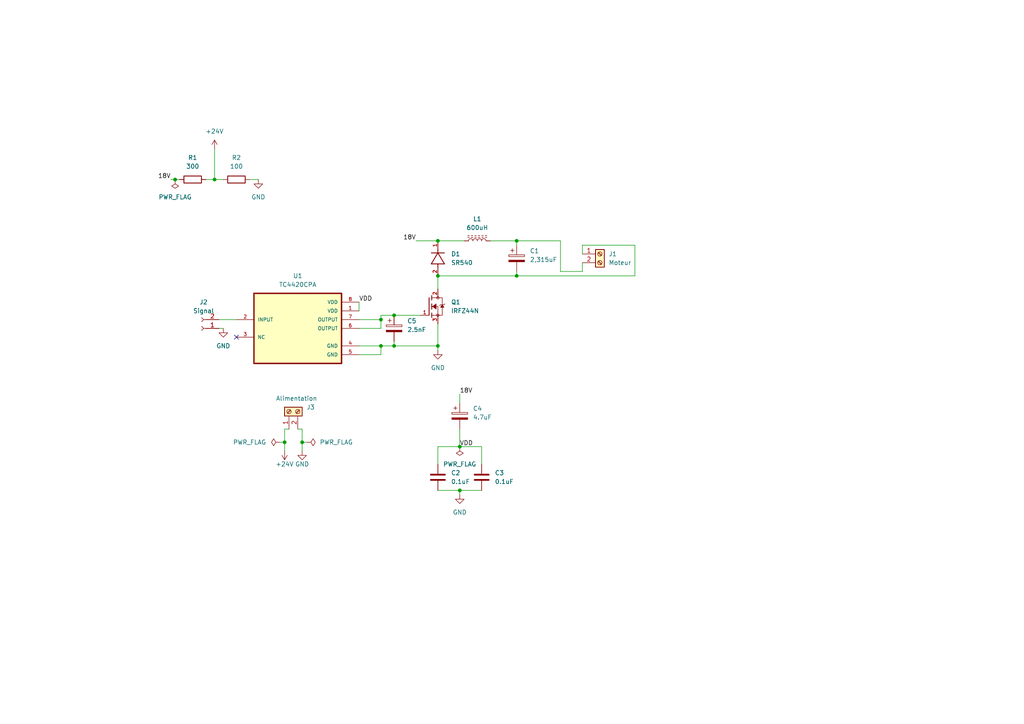
<source format=kicad_sch>
(kicad_sch (version 20230121) (generator eeschema)
  (paper "A4")
  (lib_symbols
    (symbol "Connector:Conn_01x02_Socket" (pin_names (offset 1.016) hide)
      (property "Reference" "J" (at 0 2.54 0))
      (property "Value" "Conn_01x02_Socket" (at 0 -5.08 0))
      (symbol "Conn_01x02_Socket_1_1"
        (arc (start 0 -2.032) (mid -0.5058 -2.54) (end 0 -3.048) (stroke (width 0.1524)))
        (polyline (pts (xy -1.27 -2.54) (xy -0.508 -2.54)) (stroke (width 0.1524)))
        (polyline (pts (xy -1.27 0) (xy -0.508 0)) (stroke (width 0.1524)))
        (arc (start 0 0.508) (mid -0.5058 0) (end 0 -0.508) (stroke (width 0.1524)))
        (pin passive line (at -5.08 0 0) (length 3.81) (name "Pin_1") (number "1"))
        (pin passive line (at -5.08 -2.54 0) (length 3.81) (name "Pin_2") (number "2"))
      )
    )
    (symbol "Connector:Screw_Terminal_01x02" (pin_names (offset 1.016) hide)
      (property "Reference" "J" (at 0 2.54 0))
      (property "Value" "Screw_Terminal_01x02" (at 0 -5.08 0))
      (symbol "Screw_Terminal_01x02_1_1"
        (rectangle (start -1.27 1.27) (end 1.27 -3.81) (stroke (width 0.254)) (fill (type background)))
        (circle (center 0 -2.54) (radius 0.635) (stroke (width 0.1524)))
        (polyline (pts (xy -0.5334 -2.2098) (xy 0.3302 -3.048)) (stroke (width 0.1524)))
        (polyline (pts (xy -0.5334 0.3302) (xy 0.3302 -0.508)) (stroke (width 0.1524)))
        (polyline (pts (xy -0.3556 -2.032) (xy 0.508 -2.8702)) (stroke (width 0.1524)))
        (polyline (pts (xy -0.3556 0.508) (xy 0.508 -0.3302)) (stroke (width 0.1524)))
        (circle (center 0 0) (radius 0.635) (stroke (width 0.1524)))
        (pin passive line (at -5.08 0 0) (length 3.81) (name "Pin_1") (number "1"))
        (pin passive line (at -5.08 -2.54 0) (length 3.81) (name "Pin_2") (number "2"))
      )
    )
    (symbol "Device:C" (pin_numbers hide) (pin_names (offset 0.254))
      (property "Reference" "C" (at 0.635 2.54 0))
      (property "Value" "C" (at 0.635 -2.54 0))
      (symbol "C_0_1"
        (polyline (pts (xy -2.032 -0.762) (xy 2.032 -0.762)) (stroke (width 0.508)))
        (polyline (pts (xy -2.032 0.762) (xy 2.032 0.762)) (stroke (width 0.508)))
      )
      (symbol "C_1_1"
        (pin passive line (at 0 3.81 270) (length 2.794) (name "~") (number "1"))
        (pin passive line (at 0 -3.81 90) (length 2.794) (name "~") (number "2"))
      )
    )
    (symbol "Device:C_Polarized" (pin_numbers hide) (pin_names (offset 0.254))
      (property "Reference" "C" (at 0.635 2.54 0))
      (property "Value" "C_Polarized" (at 0.635 -2.54 0))
      (symbol "C_Polarized_0_1"
        (rectangle (start -2.286 0.508) (end 2.286 1.016))
        (polyline (pts (xy -1.778 2.286) (xy -0.762 2.286)))
        (polyline (pts (xy -1.27 2.794) (xy -1.27 1.778)))
        (rectangle (start 2.286 -0.508) (end -2.286 -1.016) (fill (type outline)))
      )
      (symbol "C_Polarized_1_1"
        (pin passive line (at 0 3.81 270) (length 2.794) (name "~") (number "1"))
        (pin passive line (at 0 -3.81 90) (length 2.794) (name "~") (number "2"))
      )
    )
    (symbol "Device:L_Ferrite" (pin_numbers hide) (pin_names (offset 1.016) hide)
      (property "Reference" "L" (at -1.27 0 90))
      (property "Value" "L_Ferrite" (at 2.794 0 90))
      (symbol "L_Ferrite_0_1"
        (arc (start 0 -2.54) (mid 0.6323 -1.905) (end 0 -1.27))
        (arc (start 0 -1.27) (mid 0.6323 -0.635) (end 0 0))
        (polyline (pts (xy 1.016 -2.794) (xy 1.016 -2.286)))
        (polyline (pts (xy 1.016 -1.778) (xy 1.016 -1.27)))
        (polyline (pts (xy 1.016 -0.762) (xy 1.016 -0.254)))
        (polyline (pts (xy 1.016 0.254) (xy 1.016 0.762)))
        (polyline (pts (xy 1.016 1.27) (xy 1.016 1.778)))
        (polyline (pts (xy 1.016 2.286) (xy 1.016 2.794)))
        (polyline (pts (xy 1.524 -2.286) (xy 1.524 -2.794)))
        (polyline (pts (xy 1.524 -1.27) (xy 1.524 -1.778)))
        (polyline (pts (xy 1.524 -0.254) (xy 1.524 -0.762)))
        (polyline (pts (xy 1.524 0.762) (xy 1.524 0.254)))
        (polyline (pts (xy 1.524 1.778) (xy 1.524 1.27)))
        (polyline (pts (xy 1.524 2.794) (xy 1.524 2.286)))
        (arc (start 0 0) (mid 0.6323 0.635) (end 0 1.27))
        (arc (start 0 1.27) (mid 0.6323 1.905) (end 0 2.54))
      )
      (symbol "L_Ferrite_1_1"
        (pin passive line (at 0 3.81 270) (length 1.27) (name "1") (number "1"))
        (pin passive line (at 0 -3.81 90) (length 1.27) (name "2") (number "2"))
      )
    )
    (symbol "Device:R" (pin_numbers hide) (pin_names (offset 0))
      (property "Reference" "R" (at 2.032 0 90))
      (property "Value" "R" (at 0 0 90))
      (symbol "R_0_1"
        (rectangle (start -1.016 -2.54) (end 1.016 2.54) (stroke (width 0.254)))
      )
      (symbol "R_1_1"
        (pin passive line (at 0 3.81 270) (length 1.27) (name "~") (number "1"))
        (pin passive line (at 0 -3.81 90) (length 1.27) (name "~") (number "2"))
      )
    )
    (symbol "IRFZ44N:IRFZ44N" (pin_names (offset 1.016))
      (property "Reference" "Q" (at -8.89 2.54 0))
      (property "Value" "IRFZ44N" (at -8.89 -7.62 0))
      (symbol "IRFZ44N_0_0"
        (polyline (pts (xy 0 2.54) (xy 0 -2.54)) (stroke (width 0.254)))
        (polyline (pts (xy 0.762 -2.54) (xy 0.762 -3.175)) (stroke (width 0.254)))
        (polyline (pts (xy 0.762 -1.905) (xy 0.762 -2.54)) (stroke (width 0.254)))
        (polyline (pts (xy 0.762 0) (xy 0.762 -0.762)) (stroke (width 0.254)))
        (polyline (pts (xy 0.762 0) (xy 2.54 0)) (stroke (width 0.1524)))
        (polyline (pts (xy 0.762 0.762) (xy 0.762 0)) (stroke (width 0.254)))
        (polyline (pts (xy 0.762 2.54) (xy 0.762 1.905)) (stroke (width 0.254)))
        (polyline (pts (xy 0.762 2.54) (xy 3.81 2.54)) (stroke (width 0.1524)))
        (polyline (pts (xy 0.762 3.175) (xy 0.762 2.54)) (stroke (width 0.254)))
        (polyline (pts (xy 2.54 -2.54) (xy 0.762 -2.54)) (stroke (width 0.1524)))
        (polyline (pts (xy 2.54 -2.54) (xy 3.81 -2.54)) (stroke (width 0.1524)))
        (polyline (pts (xy 2.54 0) (xy 2.54 -2.54)) (stroke (width 0.1524)))
        (polyline (pts (xy 3.302 0.508) (xy 3.048 0.254)) (stroke (width 0.1524)))
        (polyline (pts (xy 3.81 0.508) (xy 3.302 0.508)) (stroke (width 0.1524)))
        (polyline (pts (xy 3.81 0.508) (xy 3.81 -2.54)) (stroke (width 0.1524)))
        (polyline (pts (xy 3.81 2.54) (xy 3.81 0.508)) (stroke (width 0.1524)))
        (polyline (pts (xy 4.318 0.508) (xy 3.81 0.508)) (stroke (width 0.1524)))
        (polyline (pts (xy 4.572 0.762) (xy 4.318 0.508)) (stroke (width 0.1524)))
        (polyline (pts (xy 1.016 0) (xy 2.032 0.762) (xy 2.032 -0.762) (xy 1.016 0)) (stroke (width 0.1524)) (fill (type outline)))
        (polyline (pts (xy 3.81 0.508) (xy 3.302 -0.254) (xy 4.318 -0.254) (xy 3.81 0.508)) (stroke (width 0.1524)) (fill (type outline)))
        (circle (center 2.54 -2.54) (radius 0.3592))
        (circle (center 2.54 2.54) (radius 0.3592))
        (pin passive line (at -2.54 -2.54 0) (length 2.54) (name "~") (number "1"))
        (pin passive line (at 2.54 5.08 270) (length 2.54) (name "~") (number "2"))
        (pin passive line (at 2.54 -5.08 90) (length 2.54) (name "~") (number "3"))
      )
    )
    (symbol "SR540:SR540" (pin_names (offset 1.016))
      (property "Reference" "D" (at 0 0 0))
      (property "Value" "SR540" (at 0 0 0))
      (symbol "SR540_0_0"
        (polyline (pts (xy -2.54 0) (xy -1.6 0)) (stroke (width 0.25)))
        (polyline (pts (xy -1.6 -1.905) (xy 1.575 0)) (stroke (width 0.25)))
        (polyline (pts (xy -1.6 1.905) (xy -1.6 -1.905)) (stroke (width 0.25)))
        (polyline (pts (xy 1.575 -1.905) (xy 1.575 1.905)) (stroke (width 0.25)))
        (polyline (pts (xy 1.575 0) (xy -1.6 1.905)) (stroke (width 0.25)))
        (polyline (pts (xy 1.575 0) (xy 2.54 0)) (stroke (width 0.25)))
        (pin passive line (at 5.08 0 180) (length 2.54) (name "~") (number "1"))
        (pin passive line (at -5.08 0 0) (length 2.54) (name "~") (number "2"))
      )
    )
    (symbol "TC4420CPA:TC4420CPA" (pin_names (offset 1.016))
      (property "Reference" "U1" (at 0 15.24 0))
      (property "Value" "TC4420CPA" (at 0 12.7 0))
      (symbol "TC4420CPA_0_0"
        (rectangle (start -12.7 10.16) (end 12.7 -10.16) (stroke (width 0.41)) (fill (type background)))
        (pin input line (at -17.78 2.54 0) (length 5.08) (name "INPUT") (number "2"))
        (pin bidirectional line (at -17.78 -2.54 0) (length 5.08) (name "NC") (number "3"))
        (pin output line (at 17.78 0 180) (length 5.08) (name "OUTPUT") (number "6"))
      )
      (symbol "TC4420CPA_1_0"
        (pin power_in line (at 17.78 5.08 180) (length 5.08) (name "VDD") (number "1"))
        (pin passive line (at 17.78 -5.08 180) (length 5.08) (name "GND") (number "4"))
        (pin power_in line (at 17.78 -7.62 180) (length 5.08) (name "GND") (number "5"))
        (pin passive line (at 17.78 2.54 180) (length 5.08) (name "OUTPUT") (number "7"))
        (pin power_in line (at 17.78 7.62 180) (length 5.08) (name "VDD") (number "8"))
      )
    )
    (symbol "power:+24V" (power) (pin_names (offset 0))
      (property "Value" "+24V" (at 0 3.556 0))
      (symbol "+24V_0_1"
        (polyline (pts (xy -0.762 1.27) (xy 0 2.54)))
        (polyline (pts (xy 0 0) (xy 0 2.54)))
        (polyline (pts (xy 0 2.54) (xy 0.762 1.27)))
      )
      (symbol "+24V_1_1"
        (pin power_in line (at 0 0 90) (length 0) hide (name "+24V") (number "1"))
      )
    )
    (symbol "power:GND" (power) (pin_names (offset 0))
      (property "Value" "GND" (at 0 -3.81 0))
      (symbol "GND_0_1"
        (polyline (pts (xy 0 0) (xy 0 -1.27) (xy 1.27 -1.27) (xy 0 -2.54) (xy -1.27 -1.27) (xy 0 -1.27)))
      )
      (symbol "GND_1_1"
        (pin power_in line (at 0 0 270) (length 0) hide (name "GND") (number "1"))
      )
    )
    (symbol "power:PWR_FLAG" (power) (pin_numbers hide) (pin_names (offset 0) hide)
      (property "Value" "PWR_FLAG" (at 0 3.81 0))
      (symbol "PWR_FLAG_0_0"
        (pin power_out line (at 0 0 90) (length 0) (name "pwr") (number "1"))
      )
      (symbol "PWR_FLAG_0_1"
        (polyline (pts (xy 0 0) (xy 0 1.27) (xy -1.016 1.905) (xy 0 2.54) (xy 1.016 1.905) (xy 0 1.27)))
      )
    )
  )
  (junction (at 62.23 52.07))
  (junction (at 87.63 128.27))
  (junction (at 82.55 128.27))
  (junction (at 127 80.01))
  (junction (at 149.86 69.85))
  (junction (at 133.35 142.24))
  (junction (at 114.3 100.33))
  (junction (at 127 69.85))
  (junction (at 127 100.33))
  (junction (at 114.3 91.44))
  (junction (at 133.35 129.54))
  (junction (at 110.49 100.33))
  (junction (at 110.49 92.71))
  (junction (at 50.8 52.07))
  (junction (at 149.86 80.01))
  (no_connect (at 68.58 97.79))
  (wire (pts (xy 127 101.6) (xy 127 100.33)))
  (wire (pts (xy 149.86 69.85) (xy 149.86 71.12)))
  (wire (pts (xy 168.91 71.12) (xy 168.91 73.66)))
  (wire (pts (xy 110.49 92.71) (xy 110.49 95.25)))
  (wire (pts (xy 133.35 143.51) (xy 133.35 142.24)))
  (wire (pts (xy 82.55 128.27) (xy 82.55 124.46)))
  (wire (pts (xy 104.14 102.87) (xy 110.49 102.87)))
  (wire (pts (xy 62.23 43.18) (xy 62.23 52.07)))
  (wire (pts (xy 82.55 124.46) (xy 83.82 124.46)))
  (wire (pts (xy 162.56 69.85) (xy 162.56 78.74)))
  (wire (pts (xy 184.15 80.01) (xy 149.86 80.01)))
  (wire (pts (xy 59.69 52.07) (xy 62.23 52.07)))
  (wire (pts (xy 127 142.24) (xy 133.35 142.24)))
  (wire (pts (xy 88.9 128.27) (xy 87.63 128.27)))
  (wire (pts (xy 49.53 52.07) (xy 50.8 52.07)))
  (wire (pts (xy 120.65 69.85) (xy 127 69.85)))
  (wire (pts (xy 87.63 124.46) (xy 87.63 128.27)))
  (wire (pts (xy 121.92 91.44) (xy 114.3 91.44)))
  (wire (pts (xy 133.35 142.24) (xy 139.7 142.24)))
  (wire (pts (xy 149.86 69.85) (xy 162.56 69.85)))
  (wire (pts (xy 133.35 129.54) (xy 139.7 129.54)))
  (wire (pts (xy 162.56 78.74) (xy 168.91 78.74)))
  (wire (pts (xy 63.5 92.71) (xy 68.58 92.71)))
  (wire (pts (xy 104.14 95.25) (xy 110.49 95.25)))
  (wire (pts (xy 104.14 100.33) (xy 110.49 100.33)))
  (wire (pts (xy 184.15 71.12) (xy 184.15 80.01)))
  (wire (pts (xy 142.24 69.85) (xy 149.86 69.85)))
  (wire (pts (xy 133.35 116.84) (xy 133.35 114.3)))
  (wire (pts (xy 114.3 99.06) (xy 114.3 100.33)))
  (wire (pts (xy 168.91 71.12) (xy 184.15 71.12)))
  (wire (pts (xy 114.3 100.33) (xy 110.49 100.33)))
  (wire (pts (xy 114.3 91.44) (xy 110.49 91.44)))
  (wire (pts (xy 110.49 102.87) (xy 110.49 100.33)))
  (wire (pts (xy 114.3 100.33) (xy 127 100.33)))
  (wire (pts (xy 63.5 95.25) (xy 64.77 95.25)))
  (wire (pts (xy 82.55 130.81) (xy 82.55 128.27)))
  (wire (pts (xy 149.86 78.74) (xy 149.86 80.01)))
  (wire (pts (xy 127 80.01) (xy 127 83.82)))
  (wire (pts (xy 87.63 128.27) (xy 87.63 130.81)))
  (wire (pts (xy 87.63 124.46) (xy 86.36 124.46)))
  (wire (pts (xy 168.91 76.2) (xy 168.91 78.74)))
  (wire (pts (xy 110.49 91.44) (xy 110.49 92.71)))
  (wire (pts (xy 72.39 52.07) (xy 74.93 52.07)))
  (wire (pts (xy 139.7 129.54) (xy 139.7 134.62)))
  (wire (pts (xy 127 93.98) (xy 127 100.33)))
  (wire (pts (xy 149.86 80.01) (xy 127 80.01)))
  (wire (pts (xy 133.35 124.46) (xy 133.35 129.54)))
  (wire (pts (xy 127 69.85) (xy 134.62 69.85)))
  (wire (pts (xy 104.14 87.63) (xy 104.14 90.17)))
  (wire (pts (xy 50.8 52.07) (xy 52.07 52.07)))
  (wire (pts (xy 82.55 128.27) (xy 81.28 128.27)))
  (wire (pts (xy 104.14 92.71) (xy 110.49 92.71)))
  (wire (pts (xy 62.23 52.07) (xy 64.77 52.07)))
  (wire (pts (xy 133.35 129.54) (xy 127 129.54)))
  (wire (pts (xy 127 129.54) (xy 127 134.62)))
  (label "VDD" (at 104.14 87.63 0))
  (label "18V" (at 49.53 52.07 180))
  (label "VDD" (at 133.35 129.54 0))
  (label "18V" (at 133.35 114.3 0))
  (label "18V" (at 120.65 69.85 180))
  (symbol (lib_id "power:GND") (at 64.77 95.25 0) (unit 1)
    (property "Reference" "#PWR07" (effects hide))
    (property "Value" "GND" (at 64.77 100.33 0))
  )
  (symbol (lib_id "Device:C") (at 139.7 138.43 0) (unit 1)
    (property "Reference" "C3" (at 143.51 137.16 0) (effects (justify left)))
    (property "Value" "0.1uF" (at 143.51 139.7 0) (effects (justify left)))
    (property "Footprint" "Capacitor_THT:C_Rect_L7.0mm_W2.0mm_P5.00mm" (effects hide))
  )
  (symbol (lib_id "power:GND") (at 74.93 52.07 0) (unit 1)
    (property "Reference" "#PWR05" (effects hide))
    (property "Value" "GND" (at 74.93 57.15 0))
  )
  (symbol (lib_id "Device:C_Polarized") (at 133.35 120.65 0) (unit 1)
    (property "Reference" "C4" (at 137.16 118.491 0) (effects (justify left)))
    (property "Value" "4.7uF" (at 137.16 121.031 0) (effects (justify left)))
    (property "Footprint" "Capacitor_THT:CP_Radial_D5.0mm_P2.50mm" (effects hide))
  )
  (symbol (lib_id "power:GND") (at 87.63 130.81 0) (unit 1)
    (property "Reference" "#PWR03" (effects hide))
    (property "Value" "GND" (at 87.63 134.62 0))
  )
  (symbol (lib_id "Device:C_Polarized") (at 114.3 95.25 0) (unit 1)
    (property "Reference" "C5" (at 118.11 93.091 0) (effects (justify left)))
    (property "Value" "2.5nF" (at 118.11 95.631 0) (effects (justify left)))
    (property "Footprint" "Capacitor_THT:CP_Radial_D5.0mm_P2.50mm" (effects hide))
  )
  (symbol (lib_id "Device:R") (at 55.88 52.07 270) (unit 1)
    (property "Reference" "R1" (at 55.88 45.72 90))
    (property "Value" "300" (at 55.88 48.26 90))
    (property "Footprint" "Resistor_THT:R_Axial_DIN0207_L6.3mm_D2.5mm_P15.24mm_Horizontal" (effects hide))
  )
  (symbol (lib_id "IRFZ44N:IRFZ44N") (at 124.46 88.9 0) (unit 1)
    (property "Reference" "Q1" (at 130.81 87.63 0) (effects (justify left)))
    (property "Value" "IRFZ44N" (at 130.81 90.17 0) (effects (justify left)))
    (property "Footprint" "IRFZ44N:TO254P1016X419X2286-3" (effects hide))
    (property "MF" "Infineon Technologies" (effects hide))
    (property "MAXIMUM_PACKAGE_HEIGHT" "22.86 mm" (effects hide))
    (property "Package" "TO-220-3 Infineon" (effects hide))
    (property "Price" "None" (effects hide))
    (property "Check_prices" "https://www.snapeda.com/parts/IRFZ44N/Infineon+Technologies/view-part/?ref=eda" (effects hide))
    (property "STANDARD" "IPC 7351B" (effects hide))
    (property "PARTREV" "09/21/10" (effects hide))
    (property "SnapEDA_Link" "https://www.snapeda.com/parts/IRFZ44N/Infineon+Technologies/view-part/?ref=snap" (effects hide))
    (property "MP" "IRFZ44N" (effects hide))
    (property "Purchase-URL" "https://www.snapeda.com/api/url_track_click_mouser/?unipart_id=558410&manufacturer=Infineon Technologies&part_name=IRFZ44N&search_term=None" (effects hide))
    (property "Description" "\nN-Channel 55 V 49A (Tc) 94W (Tc) Through Hole TO-220AB\n" (effects hide))
    (property "SNAPEDA_PN" "IRFZ44N" (effects hide))
    (property "Availability" "In Stock" (effects hide))
    (property "MANUFACTURER" "Infineon" (effects hide))
  )
  (symbol (lib_id "Device:R") (at 68.58 52.07 270) (unit 1)
    (property "Reference" "R2" (at 68.58 45.72 90))
    (property "Value" "100" (at 68.58 48.26 90))
    (property "Footprint" "Resistor_THT:R_Axial_DIN0207_L6.3mm_D2.5mm_P15.24mm_Horizontal" (effects hide))
  )
  (symbol (lib_id "power:PWR_FLAG") (at 88.9 128.27 270) (unit 1)
    (property "Reference" "#FLG02" (effects hide))
    (property "Value" "PWR_FLAG" (at 92.71 128.27 90) (effects (justify left)))
  )
  (symbol (lib_id "Device:L_Ferrite") (at 138.43 69.85 90) (unit 1)
    (property "Reference" "L1" (at 138.43 63.5 90))
    (property "Value" "600uH" (at 138.43 66.04 90))
    (property "Footprint" "Inductor_THT:L_Radial_D21.0mm_P19.00mm" (effects hide))
  )
  (symbol (lib_id "Connector:Screw_Terminal_01x02") (at 83.82 119.38 90) (unit 1)
    (property "Reference" "J3" (at 88.9 118.11 90) (effects (justify right)))
    (property "Value" "Alimentation" (at 80.01 115.57 90) (effects (justify right)))
    (property "Footprint" "TerminalBlock:TerminalBlock_bornier-2_P5.08mm" (effects hide))
  )
  (symbol (lib_id "Connector:Screw_Terminal_01x02") (at 173.99 73.66 0) (unit 1)
    (property "Reference" "J1" (at 176.53 73.66 0) (effects (justify left)))
    (property "Value" "Moteur" (at 176.53 76.2 0) (effects (justify left)))
    (property "Footprint" "TerminalBlock:TerminalBlock_bornier-2_P5.08mm" (effects hide))
  )
  (symbol (lib_id "Device:C") (at 127 138.43 0) (unit 1)
    (property "Reference" "C2" (at 130.81 137.16 0) (effects (justify left)))
    (property "Value" "0.1uF" (at 130.81 139.7 0) (effects (justify left)))
    (property "Footprint" "Capacitor_THT:C_Rect_L7.0mm_W2.0mm_P5.00mm" (effects hide))
  )
  (symbol (lib_id "power:PWR_FLAG") (at 50.8 52.07 180) (unit 1)
    (property "Reference" "#FLG05" (effects hide))
    (property "Value" "PWR_FLAG" (at 50.8 57.15 0))
  )
  (symbol (lib_id "power:+24V") (at 62.23 43.18 0) (unit 1)
    (property "Reference" "#PWR04" (effects hide))
    (property "Value" "+24V" (at 62.23 38.1 0))
  )
  (symbol (lib_id "SR540:SR540") (at 127 74.93 90) (unit 1)
    (property "Reference" "D1" (at 130.81 73.66 90) (effects (justify right)))
    (property "Value" "SR540" (at 130.81 76.2 90) (effects (justify right)))
    (property "Footprint" "SR540:DO-241" (effects hide))
    (property "MF" "Multicomp" (effects hide))
    (property "Description" "\n400mA 250V AC DC Fuse Board Mount (Cartridge Style Excluded) Through Hole Radial, Can, Vertical\n" (effects hide))
    (property "Package" "DO-201 Multicomp" (effects hide))
    (property "Price" "None" (effects hide))
    (property "SnapEDA_Link" "https://www.snapeda.com/parts/SR540/Multicomp/view-part/?ref=snap" (effects hide))
    (property "MP" "SR540" (effects hide))
    (property "Availability" "Not in stock" (effects hide))
    (property "Check_prices" "https://www.snapeda.com/parts/SR540/Multicomp/view-part/?ref=eda" (effects hide))
  )
  (symbol (lib_id "power:PWR_FLAG") (at 81.28 128.27 90) (unit 1)
    (property "Reference" "#FLG01" (effects hide))
    (property "Value" "PWR_FLAG" (at 72.39 128.27 90))
  )
  (symbol (lib_id "power:+24V") (at 82.55 130.81 180) (unit 1)
    (property "Reference" "#PWR01" (effects hide))
    (property "Value" "+24V" (at 82.55 134.62 0))
  )
  (symbol (lib_id "power:GND") (at 127 101.6 0) (unit 1)
    (property "Reference" "#PWR02" (effects hide))
    (property "Value" "GND" (at 127 106.68 0))
  )
  (symbol (lib_id "power:PWR_FLAG") (at 133.35 129.54 180) (unit 1)
    (property "Reference" "#FLG03" (effects hide))
    (property "Value" "PWR_FLAG" (at 133.35 134.62 0))
  )
  (symbol (lib_id "power:GND") (at 133.35 143.51 0) (unit 1)
    (property "Reference" "#PWR06" (effects hide))
    (property "Value" "GND" (at 133.35 148.59 0))
  )
  (symbol (lib_id "Connector:Conn_01x02_Socket") (at 58.42 95.25 180) (unit 1)
    (property "Reference" "J2" (at 59.055 87.63 0))
    (property "Value" "Signal" (at 59.055 90.17 0))
    (property "Footprint" "Connector_PinSocket_2.54mm:PinSocket_1x02_P2.54mm_Vertical" (effects hide))
  )
  (symbol (lib_id "TC4420CPA:TC4420CPA") (at 86.36 95.25 0) (unit 1)
    (property "Reference" "U1" (at 86.36 80.01 0))
    (property "Value" "TC4420CPA" (at 86.36 82.55 0))
    (property "Footprint" "Package_DIP:DIP-8_W7.62mm" (effects hide))
    (property "Description" " \nMicrochip MOSFET Power Driver 6A 4.5 to 18V Non-Inverting 8-Pin PDIP | Microchip Technology Inc. TC4420CPA\n" (effects hide))
  )
  (symbol (lib_id "Device:C_Polarized") (at 149.86 74.93 0) (unit 1)
    (property "Reference" "C1" (at 153.67 72.771 0) (effects (justify left)))
    (property "Value" "2,315uF" (at 153.67 75.311 0) (effects (justify left)))
    (property "Footprint" "Capacitor_THT:CP_Radial_D5.0mm_P2.50mm" (effects hide))
  )
)
</source>
